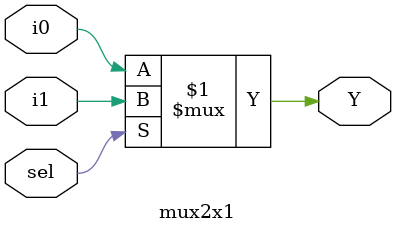
<source format=v>
module mux2x1(input i0,
input i1,
input sel,
output Y);
assign Y = sel ? i1 : i0;
endmodule
</source>
